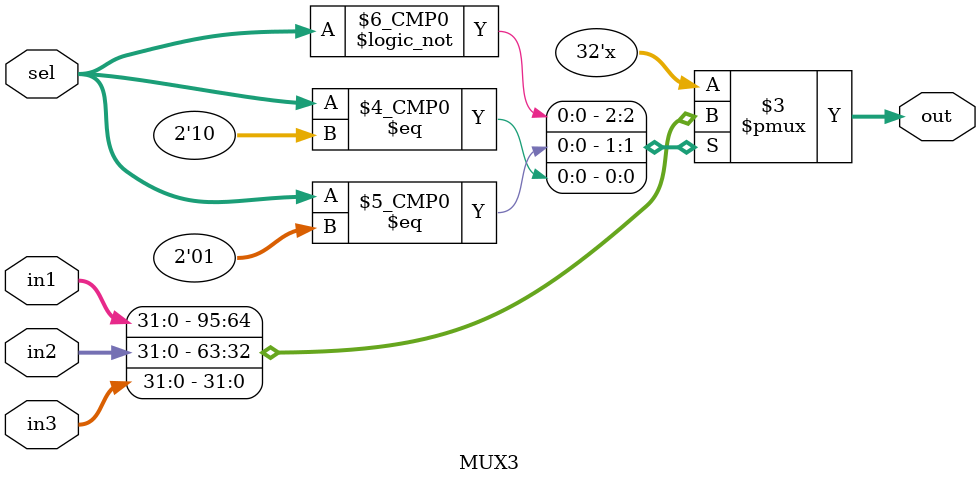
<source format=v>
`timescale 1ns / 1ps


module MUX3(in1, in2, in3, out, sel);
    input [31:0] in1, in2, in3;
    output reg [31:0] out;
    input [1:0] sel;

    always @ (in1 or in2 or in3 or sel) begin
        case (sel)
            2'b00: out = in1;
            2'b01: out = in2;
            2'b10: out = in3;
        endcase
    end
    
endmodule

</source>
